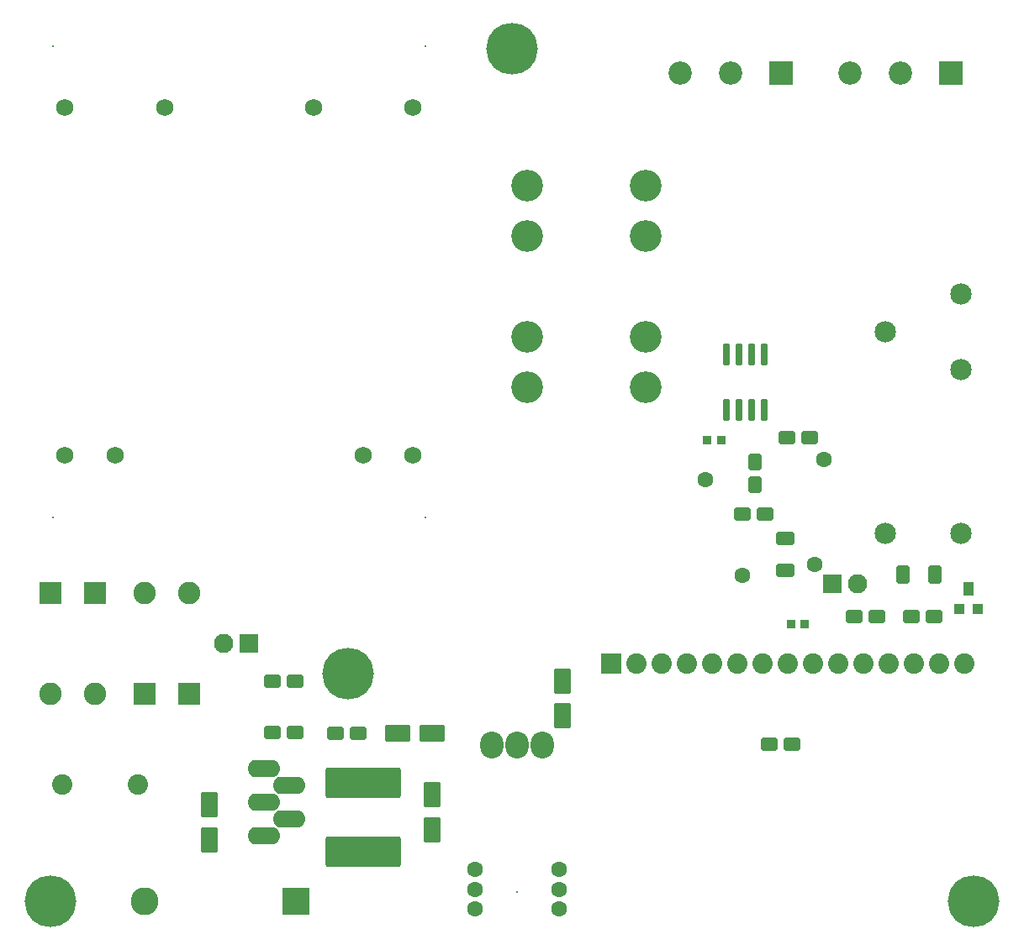
<source format=gbr>
%TF.GenerationSoftware,Altium Limited,Altium Designer,24.0.1 (36)*%
G04 Layer_Color=8388736*
%FSLAX45Y45*%
%MOMM*%
%TF.SameCoordinates,1548FFD4-C5F0-4C99-8D9D-CADF44B10A7D*%
%TF.FilePolarity,Negative*%
%TF.FileFunction,Soldermask,Top*%
%TF.Part,Single*%
G01*
G75*
%TA.AperFunction,SMDPad,CuDef*%
G04:AMPARAMS|DCode=51|XSize=1.624mm|YSize=1.37mm|CornerRadius=0.14525mm|HoleSize=0mm|Usage=FLASHONLY|Rotation=0.000|XOffset=0mm|YOffset=0mm|HoleType=Round|Shape=RoundedRectangle|*
%AMROUNDEDRECTD51*
21,1,1.62400,1.07950,0,0,0.0*
21,1,1.33350,1.37000,0,0,0.0*
1,1,0.29050,0.66675,-0.53975*
1,1,0.29050,-0.66675,-0.53975*
1,1,0.29050,-0.66675,0.53975*
1,1,0.29050,0.66675,0.53975*
%
%ADD51ROUNDEDRECTD51*%
G04:AMPARAMS|DCode=52|XSize=1.3432mm|YSize=1.8332mm|CornerRadius=0.2441mm|HoleSize=0mm|Usage=FLASHONLY|Rotation=0.000|XOffset=0mm|YOffset=0mm|HoleType=Round|Shape=RoundedRectangle|*
%AMROUNDEDRECTD52*
21,1,1.34320,1.34500,0,0,0.0*
21,1,0.85500,1.83320,0,0,0.0*
1,1,0.48820,0.42750,-0.67250*
1,1,0.48820,-0.42750,-0.67250*
1,1,0.48820,-0.42750,0.67250*
1,1,0.48820,0.42750,0.67250*
%
%ADD52ROUNDEDRECTD52*%
G04:AMPARAMS|DCode=53|XSize=0.862mm|YSize=0.862mm|CornerRadius=0.0881mm|HoleSize=0mm|Usage=FLASHONLY|Rotation=180.000|XOffset=0mm|YOffset=0mm|HoleType=Round|Shape=RoundedRectangle|*
%AMROUNDEDRECTD53*
21,1,0.86200,0.68580,0,0,180.0*
21,1,0.68580,0.86200,0,0,180.0*
1,1,0.17620,-0.34290,0.34290*
1,1,0.17620,0.34290,0.34290*
1,1,0.17620,0.34290,-0.34290*
1,1,0.17620,-0.34290,-0.34290*
%
%ADD53ROUNDEDRECTD53*%
G04:AMPARAMS|DCode=54|XSize=1.624mm|YSize=1.37mm|CornerRadius=0.14525mm|HoleSize=0mm|Usage=FLASHONLY|Rotation=90.000|XOffset=0mm|YOffset=0mm|HoleType=Round|Shape=RoundedRectangle|*
%AMROUNDEDRECTD54*
21,1,1.62400,1.07950,0,0,90.0*
21,1,1.33350,1.37000,0,0,90.0*
1,1,0.29050,0.53975,0.66675*
1,1,0.29050,0.53975,-0.66675*
1,1,0.29050,-0.53975,-0.66675*
1,1,0.29050,-0.53975,0.66675*
%
%ADD54ROUNDEDRECTD54*%
%ADD55R,1.11760X1.47320*%
%ADD56R,1.11760X1.11760*%
G04:AMPARAMS|DCode=57|XSize=7.6mm|YSize=3.1mm|CornerRadius=0.275mm|HoleSize=0mm|Usage=FLASHONLY|Rotation=180.000|XOffset=0mm|YOffset=0mm|HoleType=Round|Shape=RoundedRectangle|*
%AMROUNDEDRECTD57*
21,1,7.60000,2.55000,0,0,180.0*
21,1,7.05000,3.10000,0,0,180.0*
1,1,0.55000,-3.52500,1.27500*
1,1,0.55000,3.52500,1.27500*
1,1,0.55000,3.52500,-1.27500*
1,1,0.55000,-3.52500,-1.27500*
%
%ADD57ROUNDEDRECTD57*%
G04:AMPARAMS|DCode=58|XSize=1.3432mm|YSize=1.8332mm|CornerRadius=0.2441mm|HoleSize=0mm|Usage=FLASHONLY|Rotation=90.000|XOffset=0mm|YOffset=0mm|HoleType=Round|Shape=RoundedRectangle|*
%AMROUNDEDRECTD58*
21,1,1.34320,1.34500,0,0,90.0*
21,1,0.85500,1.83320,0,0,90.0*
1,1,0.48820,0.67250,0.42750*
1,1,0.48820,0.67250,-0.42750*
1,1,0.48820,-0.67250,-0.42750*
1,1,0.48820,-0.67250,0.42750*
%
%ADD58ROUNDEDRECTD58*%
G04:AMPARAMS|DCode=59|XSize=2.6mm|YSize=1.7mm|CornerRadius=0.17mm|HoleSize=0mm|Usage=FLASHONLY|Rotation=90.000|XOffset=0mm|YOffset=0mm|HoleType=Round|Shape=RoundedRectangle|*
%AMROUNDEDRECTD59*
21,1,2.60000,1.36000,0,0,90.0*
21,1,2.26000,1.70000,0,0,90.0*
1,1,0.34000,0.68000,1.13000*
1,1,0.34000,0.68000,-1.13000*
1,1,0.34000,-0.68000,-1.13000*
1,1,0.34000,-0.68000,1.13000*
%
%ADD59ROUNDEDRECTD59*%
G04:AMPARAMS|DCode=60|XSize=2.132mm|YSize=0.7096mm|CornerRadius=0.09572mm|HoleSize=0mm|Usage=FLASHONLY|Rotation=270.000|XOffset=0mm|YOffset=0mm|HoleType=Round|Shape=RoundedRectangle|*
%AMROUNDEDRECTD60*
21,1,2.13200,0.51816,0,0,270.0*
21,1,1.94056,0.70960,0,0,270.0*
1,1,0.19144,-0.25908,-0.97028*
1,1,0.19144,-0.25908,0.97028*
1,1,0.19144,0.25908,0.97028*
1,1,0.19144,0.25908,-0.97028*
%
%ADD60ROUNDEDRECTD60*%
G04:AMPARAMS|DCode=61|XSize=2.6mm|YSize=1.7mm|CornerRadius=0.17mm|HoleSize=0mm|Usage=FLASHONLY|Rotation=0.000|XOffset=0mm|YOffset=0mm|HoleType=Round|Shape=RoundedRectangle|*
%AMROUNDEDRECTD61*
21,1,2.60000,1.36000,0,0,0.0*
21,1,2.26000,1.70000,0,0,0.0*
1,1,0.34000,1.13000,-0.68000*
1,1,0.34000,-1.13000,-0.68000*
1,1,0.34000,-1.13000,0.68000*
1,1,0.34000,1.13000,0.68000*
%
%ADD61ROUNDEDRECTD61*%
%TA.AperFunction,ComponentPad*%
%ADD62C,1.95321*%
%ADD63R,1.95321X1.95321*%
%ADD64O,3.30320X1.75320*%
%ADD65C,5.20320*%
%ADD66C,2.05320*%
%ADD67R,2.05320X2.05320*%
%ADD68C,2.35320*%
%ADD69R,2.35320X2.35320*%
%ADD70C,3.20320*%
%ADD71C,0.20320*%
%ADD72C,1.72720*%
%ADD73C,2.15320*%
%ADD74O,2.35320X2.70320*%
%ADD75R,2.25320X2.25320*%
%ADD76C,2.25320*%
%ADD77C,2.05321*%
%ADD78C,2.80320*%
%ADD79R,2.80320X2.80320*%
%TA.AperFunction,ViaPad*%
%ADD80C,1.60320*%
D51*
X2814300Y2575000D02*
D03*
X2585700D02*
D03*
X9253600Y3225000D02*
D03*
X9025000D02*
D03*
X8000000Y5025000D02*
D03*
X7771400D02*
D03*
X7820000Y1940000D02*
D03*
X7591400D02*
D03*
X7550000Y4253465D02*
D03*
X7321400D02*
D03*
X3450000Y2050000D02*
D03*
X3221400D02*
D03*
X2819634Y2051065D02*
D03*
X2591034D02*
D03*
X8450000Y3225000D02*
D03*
X8678600D02*
D03*
D52*
X8935000Y3650000D02*
D03*
X9263000D02*
D03*
D53*
X7950000Y3150000D02*
D03*
X7810300D02*
D03*
X7104600Y4996866D02*
D03*
X6964900D02*
D03*
D54*
X7450000Y4550671D02*
D03*
Y4779271D02*
D03*
D55*
X9600000Y3500000D02*
D03*
D56*
X9693980Y3296800D02*
D03*
X9503480D02*
D03*
D57*
X3500000Y1550000D02*
D03*
Y850000D02*
D03*
D58*
X7750000Y3686000D02*
D03*
Y4014000D02*
D03*
D59*
X5510000Y2572285D02*
D03*
Y2222286D02*
D03*
X4200000Y1075000D02*
D03*
Y1425000D02*
D03*
X1950000Y1325000D02*
D03*
Y975000D02*
D03*
D60*
X7536400Y5860466D02*
D03*
X7409400D02*
D03*
X7282400D02*
D03*
X7155400D02*
D03*
Y5301666D02*
D03*
X7282400D02*
D03*
X7409400D02*
D03*
X7536400D02*
D03*
D61*
X4200000Y2050000D02*
D03*
X3850000D02*
D03*
D62*
X2098000Y2950000D02*
D03*
X8477000Y3550000D02*
D03*
D63*
X2352000Y2950000D02*
D03*
X8223000Y3550000D02*
D03*
D64*
X2500000Y1010000D02*
D03*
X2760000Y1180000D02*
D03*
X2500000Y1350000D02*
D03*
X2760000Y1520000D02*
D03*
X2500000Y1690000D02*
D03*
D65*
X9650000Y350000D02*
D03*
X3350000Y2650000D02*
D03*
X5000000Y8950000D02*
D03*
X350000Y350000D02*
D03*
D66*
X9556000Y2750000D02*
D03*
X9302000D02*
D03*
X7778000D02*
D03*
X7524000D02*
D03*
X7270000D02*
D03*
X7016000D02*
D03*
X6254000D02*
D03*
X6508000D02*
D03*
X6762000D02*
D03*
X8032000D02*
D03*
X8286000D02*
D03*
X8540000D02*
D03*
X8794000D02*
D03*
X9048000D02*
D03*
D67*
X6000000D02*
D03*
D68*
X8400000Y8700000D02*
D03*
X8908000D02*
D03*
X6692000D02*
D03*
X7200000D02*
D03*
D69*
X9416000D02*
D03*
X7708000D02*
D03*
D70*
X6350800Y5534300D02*
D03*
Y6042300D02*
D03*
Y7058300D02*
D03*
Y7566300D02*
D03*
X5150800Y5534300D02*
D03*
Y6042300D02*
D03*
Y7058300D02*
D03*
Y7566300D02*
D03*
D71*
X4125000Y4225000D02*
D03*
X375000D02*
D03*
Y8975000D02*
D03*
X4125000D02*
D03*
X5050000Y450000D02*
D03*
D72*
X500000Y8350000D02*
D03*
X4000000D02*
D03*
X1500000D02*
D03*
X3000000D02*
D03*
X500000Y4850000D02*
D03*
X4000000D02*
D03*
X3500000D02*
D03*
X1000000D02*
D03*
D73*
X9525000Y6477000D02*
D03*
Y5715000D02*
D03*
X8763000Y6096000D02*
D03*
X9525000Y4064000D02*
D03*
X8763000D02*
D03*
D74*
X5304000Y1931666D02*
D03*
X5050000Y1931700D02*
D03*
X4796000D02*
D03*
D75*
X1300000Y2442000D02*
D03*
X800000Y3458000D02*
D03*
X350000D02*
D03*
X1750000Y2442000D02*
D03*
D76*
X1300000Y3458000D02*
D03*
X800000Y2442000D02*
D03*
X350000D02*
D03*
X1750000Y3458000D02*
D03*
D77*
X1231000Y1529215D02*
D03*
X469000D02*
D03*
D78*
X1297714Y350000D02*
D03*
D79*
X2821714D02*
D03*
D80*
X4625000Y275000D02*
D03*
Y475000D02*
D03*
Y675000D02*
D03*
X5475000D02*
D03*
Y475000D02*
D03*
Y275000D02*
D03*
X7321400Y3638900D02*
D03*
X8050000Y3750000D02*
D03*
X6950000Y4600000D02*
D03*
X8145550Y4805000D02*
D03*
%TF.MD5,ef247bbead746f14186b0c3f38dfe477*%
M02*

</source>
